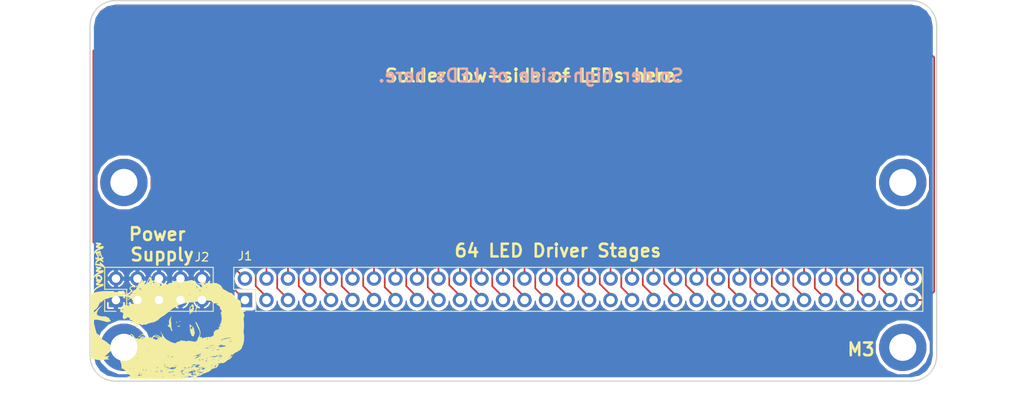
<source format=kicad_pcb>
(kicad_pcb (version 4) (host pcbnew 4.0.7-e2-6376~58~ubuntu17.04.1)
  (title_block (title "Adapter Board ") (date 2017-11-28) (rev 1.0) (comment 1 "Use this to connect LEDs to the extension board."))
  (layers (0 F.Cu signal) (31 B.Cu signal) (34 B.Paste user) (35 F.Paste user) (36 B.SilkS user) (37 F.SilkS user) (38 B.Mask user) (39 F.Mask user) (44 Edge.Cuts user))
  (net 0 "")
  (net 1 "Net-(J1-Pad1)")
  (net 2 "Net-(J1-Pad2)")
  (net 3 "Net-(J1-Pad3)")
  (net 4 "Net-(J1-Pad4)")
  (net 5 "Net-(J1-Pad5)")
  (net 6 "Net-(J1-Pad6)")
  (net 7 "Net-(J1-Pad7)")
  (net 8 "Net-(J1-Pad8)")
  (net 9 "Net-(J1-Pad9)")
  (net 10 "Net-(J1-Pad10)")
  (net 11 "Net-(J1-Pad11)")
  (net 12 "Net-(J1-Pad12)")
  (net 13 "Net-(J1-Pad13)")
  (net 14 "Net-(J1-Pad14)")
  (net 15 "Net-(J1-Pad15)")
  (net 16 "Net-(J1-Pad16)")
  (net 17 "Net-(J1-Pad17)")
  (net 18 "Net-(J1-Pad18)")
  (net 19 "Net-(J1-Pad19)")
  (net 20 "Net-(J1-Pad20)")
  (net 21 "Net-(J1-Pad21)")
  (net 22 "Net-(J1-Pad22)")
  (net 23 "Net-(J1-Pad23)")
  (net 24 "Net-(J1-Pad24)")
  (net 25 "Net-(J1-Pad25)")
  (net 26 "Net-(J1-Pad26)")
  (net 27 "Net-(J1-Pad27)")
  (net 28 "Net-(J1-Pad28)")
  (net 29 "Net-(J1-Pad29)")
  (net 30 "Net-(J1-Pad30)")
  (net 31 "Net-(J1-Pad31)")
  (net 32 "Net-(J1-Pad32)")
  (net 33 "Net-(J1-Pad33)")
  (net 34 "Net-(J1-Pad34)")
  (net 35 "Net-(J1-Pad35)")
  (net 36 "Net-(J1-Pad36)")
  (net 37 "Net-(J1-Pad37)")
  (net 38 "Net-(J1-Pad38)")
  (net 39 "Net-(J1-Pad39)")
  (net 40 "Net-(J1-Pad40)")
  (net 41 "Net-(J1-Pad41)")
  (net 42 "Net-(J1-Pad42)")
  (net 43 "Net-(J1-Pad43)")
  (net 44 "Net-(J1-Pad44)")
  (net 45 "Net-(J1-Pad45)")
  (net 46 "Net-(J1-Pad46)")
  (net 47 "Net-(J1-Pad47)")
  (net 48 "Net-(J1-Pad48)")
  (net 49 "Net-(J1-Pad49)")
  (net 50 "Net-(J1-Pad50)")
  (net 51 "Net-(J1-Pad51)")
  (net 52 "Net-(J1-Pad52)")
  (net 53 "Net-(J1-Pad53)")
  (net 54 "Net-(J1-Pad54)")
  (net 55 "Net-(J1-Pad55)")
  (net 56 "Net-(J1-Pad56)")
  (net 57 "Net-(J1-Pad57)")
  (net 58 "Net-(J1-Pad58)")
  (net 59 "Net-(J1-Pad59)")
  (net 60 "Net-(J1-Pad60)")
  (net 61 "Net-(J1-Pad61)")
  (net 62 "Net-(J1-Pad62)")
  (net 63 "Net-(J1-Pad63)")
  (net 64 "Net-(J1-Pad64)")
  (net 65 V18)
  (module Mounting_Holes:MountingHole_3.2mm_M3_DIN965_Pad (layer F.Cu) (at 192 91.5)
    (fp_text reference REF** hide)
    (fp_text value MountingHole_3.2mm_M3_DIN965_Pad)
    (pad 1 thru_hole circle (at 0 0) (size 5.6 5.6) (drill 3.2) (layers *.Cu *.Mask))
  )
  (module Mounting_Holes:MountingHole_3.2mm_M3_DIN965_Pad (layer F.Cu) (at 100 91.5)
    (fp_text reference REF** hide)
    (fp_text value MountingHole_3.2mm_M3_DIN965_Pad)
    (pad 1 thru_hole circle (at 0 0) (size 5.6 5.6) (drill 3.2) (layers *.Cu *.Mask))
  )
  (module Mounting_Holes:MountingHole_3.2mm_M3_DIN965_Pad (layer F.Cu) (at 192 111)
    (fp_text reference REF** hide)
    (fp_text value MountingHole_3.2mm_M3_DIN965_Pad)
    (pad 1 thru_hole circle (at 0 0) (size 5.6 5.6) (drill 3.2) (layers *.Cu *.Mask))
  )
  (module Pin_Headers:Pin_Header_Straight_2x32_Pitch2.54mm (layer F.Cu) (at 114.3 105.41 90)
    (fp_text reference J1 (at 5.207 0 360) (layer F.SilkS))
    (fp_text value Conn_02x32_Counter_Clockwise)
    (pad 1 thru_hole rect (at 0 0 90) (size 1.7 1.7) (drill 1) (layers *.Cu *.Mask) (net 1 "Net-(J1-Pad1)"))
    (pad 2 thru_hole oval (at 2.54 0 90) (size 1.7 1.7) (drill 1) (layers *.Cu *.Mask) (net 2 "Net-(J1-Pad2)"))
    (pad 3 thru_hole oval (at 0 2.54 90) (size 1.7 1.7) (drill 1) (layers *.Cu *.Mask) (net 3 "Net-(J1-Pad3)"))
    (pad 4 thru_hole oval (at 2.54 2.54 90) (size 1.7 1.7) (drill 1) (layers *.Cu *.Mask) (net 4 "Net-(J1-Pad4)"))
    (pad 5 thru_hole oval (at 0 5.08 90) (size 1.7 1.7) (drill 1) (layers *.Cu *.Mask) (net 5 "Net-(J1-Pad5)"))
    (pad 6 thru_hole oval (at 2.54 5.08 90) (size 1.7 1.7) (drill 1) (layers *.Cu *.Mask) (net 6 "Net-(J1-Pad6)"))
    (pad 7 thru_hole oval (at 0 7.62 90) (size 1.7 1.7) (drill 1) (layers *.Cu *.Mask) (net 7 "Net-(J1-Pad7)"))
    (pad 8 thru_hole oval (at 2.54 7.62 90) (size 1.7 1.7) (drill 1) (layers *.Cu *.Mask) (net 8 "Net-(J1-Pad8)"))
    (pad 9 thru_hole oval (at 0 10.16 90) (size 1.7 1.7) (drill 1) (layers *.Cu *.Mask) (net 9 "Net-(J1-Pad9)"))
    (pad 10 thru_hole oval (at 2.54 10.16 90) (size 1.7 1.7) (drill 1) (layers *.Cu *.Mask) (net 10 "Net-(J1-Pad10)"))
    (pad 11 thru_hole oval (at 0 12.7 90) (size 1.7 1.7) (drill 1) (layers *.Cu *.Mask) (net 11 "Net-(J1-Pad11)"))
    (pad 12 thru_hole oval (at 2.54 12.7 90) (size 1.7 1.7) (drill 1) (layers *.Cu *.Mask) (net 12 "Net-(J1-Pad12)"))
    (pad 13 thru_hole oval (at 0 15.24 90) (size 1.7 1.7) (drill 1) (layers *.Cu *.Mask) (net 13 "Net-(J1-Pad13)"))
    (pad 14 thru_hole oval (at 2.54 15.24 90) (size 1.7 1.7) (drill 1) (layers *.Cu *.Mask) (net 14 "Net-(J1-Pad14)"))
    (pad 15 thru_hole oval (at 0 17.78 90) (size 1.7 1.7) (drill 1) (layers *.Cu *.Mask) (net 15 "Net-(J1-Pad15)"))
    (pad 16 thru_hole oval (at 2.54 17.78 90) (size 1.7 1.7) (drill 1) (layers *.Cu *.Mask) (net 16 "Net-(J1-Pad16)"))
    (pad 17 thru_hole oval (at 0 20.32 90) (size 1.7 1.7) (drill 1) (layers *.Cu *.Mask) (net 17 "Net-(J1-Pad17)"))
    (pad 18 thru_hole oval (at 2.54 20.32 90) (size 1.7 1.7) (drill 1) (layers *.Cu *.Mask) (net 18 "Net-(J1-Pad18)"))
    (pad 19 thru_hole oval (at 0 22.86 90) (size 1.7 1.7) (drill 1) (layers *.Cu *.Mask) (net 19 "Net-(J1-Pad19)"))
    (pad 20 thru_hole oval (at 2.54 22.86 90) (size 1.7 1.7) (drill 1) (layers *.Cu *.Mask) (net 20 "Net-(J1-Pad20)"))
    (pad 21 thru_hole oval (at 0 25.4 90) (size 1.7 1.7) (drill 1) (layers *.Cu *.Mask) (net 21 "Net-(J1-Pad21)"))
    (pad 22 thru_hole oval (at 2.54 25.4 90) (size 1.7 1.7) (drill 1) (layers *.Cu *.Mask) (net 22 "Net-(J1-Pad22)"))
    (pad 23 thru_hole oval (at 0 27.94 90) (size 1.7 1.7) (drill 1) (layers *.Cu *.Mask) (net 23 "Net-(J1-Pad23)"))
    (pad 24 thru_hole oval (at 2.54 27.94 90) (size 1.7 1.7) (drill 1) (layers *.Cu *.Mask) (net 24 "Net-(J1-Pad24)"))
    (pad 25 thru_hole oval (at 0 30.48 90) (size 1.7 1.7) (drill 1) (layers *.Cu *.Mask) (net 25 "Net-(J1-Pad25)"))
    (pad 26 thru_hole oval (at 2.54 30.48 90) (size 1.7 1.7) (drill 1) (layers *.Cu *.Mask) (net 26 "Net-(J1-Pad26)"))
    (pad 27 thru_hole oval (at 0 33.02 90) (size 1.7 1.7) (drill 1) (layers *.Cu *.Mask) (net 27 "Net-(J1-Pad27)"))
    (pad 28 thru_hole oval (at 2.54 33.02 90) (size 1.7 1.7) (drill 1) (layers *.Cu *.Mask) (net 28 "Net-(J1-Pad28)"))
    (pad 29 thru_hole oval (at 0 35.56 90) (size 1.7 1.7) (drill 1) (layers *.Cu *.Mask) (net 29 "Net-(J1-Pad29)"))
    (pad 30 thru_hole oval (at 2.54 35.56 90) (size 1.7 1.7) (drill 1) (layers *.Cu *.Mask) (net 30 "Net-(J1-Pad30)"))
    (pad 31 thru_hole oval (at 0 38.1 90) (size 1.7 1.7) (drill 1) (layers *.Cu *.Mask) (net 31 "Net-(J1-Pad31)"))
    (pad 32 thru_hole oval (at 2.54 38.1 90) (size 1.7 1.7) (drill 1) (layers *.Cu *.Mask) (net 32 "Net-(J1-Pad32)"))
    (pad 33 thru_hole oval (at 0 40.64 90) (size 1.7 1.7) (drill 1) (layers *.Cu *.Mask) (net 33 "Net-(J1-Pad33)"))
    (pad 34 thru_hole oval (at 2.54 40.64 90) (size 1.7 1.7) (drill 1) (layers *.Cu *.Mask) (net 34 "Net-(J1-Pad34)"))
    (pad 35 thru_hole oval (at 0 43.18 90) (size 1.7 1.7) (drill 1) (layers *.Cu *.Mask) (net 35 "Net-(J1-Pad35)"))
    (pad 36 thru_hole oval (at 2.54 43.18 90) (size 1.7 1.7) (drill 1) (layers *.Cu *.Mask) (net 36 "Net-(J1-Pad36)"))
    (pad 37 thru_hole oval (at 0 45.72 90) (size 1.7 1.7) (drill 1) (layers *.Cu *.Mask) (net 37 "Net-(J1-Pad37)"))
    (pad 38 thru_hole oval (at 2.54 45.72 90) (size 1.7 1.7) (drill 1) (layers *.Cu *.Mask) (net 38 "Net-(J1-Pad38)"))
    (pad 39 thru_hole oval (at 0 48.26 90) (size 1.7 1.7) (drill 1) (layers *.Cu *.Mask) (net 39 "Net-(J1-Pad39)"))
    (pad 40 thru_hole oval (at 2.54 48.26 90) (size 1.7 1.7) (drill 1) (layers *.Cu *.Mask) (net 40 "Net-(J1-Pad40)"))
    (pad 41 thru_hole oval (at 0 50.8 90) (size 1.7 1.7) (drill 1) (layers *.Cu *.Mask) (net 41 "Net-(J1-Pad41)"))
    (pad 42 thru_hole oval (at 2.54 50.8 90) (size 1.7 1.7) (drill 1) (layers *.Cu *.Mask) (net 42 "Net-(J1-Pad42)"))
    (pad 43 thru_hole oval (at 0 53.34 90) (size 1.7 1.7) (drill 1) (layers *.Cu *.Mask) (net 43 "Net-(J1-Pad43)"))
    (pad 44 thru_hole oval (at 2.54 53.34 90) (size 1.7 1.7) (drill 1) (layers *.Cu *.Mask) (net 44 "Net-(J1-Pad44)"))
    (pad 45 thru_hole oval (at 0 55.88 90) (size 1.7 1.7) (drill 1) (layers *.Cu *.Mask) (net 45 "Net-(J1-Pad45)"))
    (pad 46 thru_hole oval (at 2.54 55.88 90) (size 1.7 1.7) (drill 1) (layers *.Cu *.Mask) (net 46 "Net-(J1-Pad46)"))
    (pad 47 thru_hole oval (at 0 58.42 90) (size 1.7 1.7) (drill 1) (layers *.Cu *.Mask) (net 47 "Net-(J1-Pad47)"))
    (pad 48 thru_hole oval (at 2.54 58.42 90) (size 1.7 1.7) (drill 1) (layers *.Cu *.Mask) (net 48 "Net-(J1-Pad48)"))
    (pad 49 thru_hole oval (at 0 60.96 90) (size 1.7 1.7) (drill 1) (layers *.Cu *.Mask) (net 49 "Net-(J1-Pad49)"))
    (pad 50 thru_hole oval (at 2.54 60.96 90) (size 1.7 1.7) (drill 1) (layers *.Cu *.Mask) (net 50 "Net-(J1-Pad50)"))
    (pad 51 thru_hole oval (at 0 63.5 90) (size 1.7 1.7) (drill 1) (layers *.Cu *.Mask) (net 51 "Net-(J1-Pad51)"))
    (pad 52 thru_hole oval (at 2.54 63.5 90) (size 1.7 1.7) (drill 1) (layers *.Cu *.Mask) (net 52 "Net-(J1-Pad52)"))
    (pad 53 thru_hole oval (at 0 66.04 90) (size 1.7 1.7) (drill 1) (layers *.Cu *.Mask) (net 53 "Net-(J1-Pad53)"))
    (pad 54 thru_hole oval (at 2.54 66.04 90) (size 1.7 1.7) (drill 1) (layers *.Cu *.Mask) (net 54 "Net-(J1-Pad54)"))
    (pad 55 thru_hole oval (at 0 68.58 90) (size 1.7 1.7) (drill 1) (layers *.Cu *.Mask) (net 55 "Net-(J1-Pad55)"))
    (pad 56 thru_hole oval (at 2.54 68.58 90) (size 1.7 1.7) (drill 1) (layers *.Cu *.Mask) (net 56 "Net-(J1-Pad56)"))
    (pad 57 thru_hole oval (at 0 71.12 90) (size 1.7 1.7) (drill 1) (layers *.Cu *.Mask) (net 57 "Net-(J1-Pad57)"))
    (pad 58 thru_hole oval (at 2.54 71.12 90) (size 1.7 1.7) (drill 1) (layers *.Cu *.Mask) (net 58 "Net-(J1-Pad58)"))
    (pad 59 thru_hole oval (at 0 73.66 90) (size 1.7 1.7) (drill 1) (layers *.Cu *.Mask) (net 59 "Net-(J1-Pad59)"))
    (pad 60 thru_hole oval (at 2.54 73.66 90) (size 1.7 1.7) (drill 1) (layers *.Cu *.Mask) (net 60 "Net-(J1-Pad60)"))
    (pad 61 thru_hole oval (at 0 76.2 90) (size 1.7 1.7) (drill 1) (layers *.Cu *.Mask) (net 61 "Net-(J1-Pad61)"))
    (pad 62 thru_hole oval (at 2.54 76.2 90) (size 1.7 1.7) (drill 1) (layers *.Cu *.Mask) (net 62 "Net-(J1-Pad62)"))
    (pad 63 thru_hole oval (at 0 78.74 90) (size 1.7 1.7) (drill 1) (layers *.Cu *.Mask) (net 63 "Net-(J1-Pad63)"))
    (pad 64 thru_hole oval (at 2.54 78.74 90) (size 1.7 1.7) (drill 1) (layers *.Cu *.Mask) (net 64 "Net-(J1-Pad64)"))
  )
  (module Pin_Headers:Pin_Header_Straight_2x05_Pitch2.54mm (layer F.Cu) (at 99.06 105.41 90)
    (fp_text reference J2 (at 5.08 10.16 180) (layer F.SilkS))
    (fp_text value Conn_02x05_Odd_Even)
    (pad 1 thru_hole rect (at 0 0 90) (size 1.7 1.7) (drill 1) (layers *.Cu *.Mask) (net 65 V18))
    (pad 2 thru_hole oval (at 2.54 0 90) (size 1.7 1.7) (drill 1) (layers *.Cu *.Mask) (net 65 V18))
    (pad 3 thru_hole oval (at 0 2.54 90) (size 1.7 1.7) (drill 1) (layers *.Cu *.Mask) (net 65 V18))
    (pad 4 thru_hole oval (at 2.54 2.54 90) (size 1.7 1.7) (drill 1) (layers *.Cu *.Mask) (net 65 V18))
    (pad 5 thru_hole oval (at 0 5.08 90) (size 1.7 1.7) (drill 1) (layers *.Cu *.Mask) (net 65 V18))
    (pad 6 thru_hole oval (at 2.54 5.08 90) (size 1.7 1.7) (drill 1) (layers *.Cu *.Mask) (net 65 V18))
    (pad 7 thru_hole oval (at 0 7.62 90) (size 1.7 1.7) (drill 1) (layers *.Cu *.Mask) (net 65 V18))
    (pad 8 thru_hole oval (at 2.54 7.62 90) (size 1.7 1.7) (drill 1) (layers *.Cu *.Mask) (net 65 V18))
    (pad 9 thru_hole oval (at 0 10.16 90) (size 1.7 1.7) (drill 1) (layers *.Cu *.Mask) (net 65 V18))
    (pad 10 thru_hole oval (at 2.54 10.16 90) (size 1.7 1.7) (drill 1) (layers *.Cu *.Mask) (net 65 V18))
  )
  (module Mounting_Holes:MountingHole_3.2mm_M3_DIN965_Pad (layer F.Cu) (at 100 111)
    (fp_text reference REF** hide)
    (fp_text value MountingHole_3.2mm_M3_DIN965_Pad)
    (pad 1 thru_hole circle (at 0 0) (size 5.6 5.6) (drill 3.2) (layers *.Cu *.Mask))
  )
  (module MyTestpoints:TP_SMD_2mmx5mm (layer F.Cu) (at 99.5 73.5)
    (fp_text reference TP1 hide)
    (fp_text value TEST)
    (pad 1 smd rect (at 0 0) (size 2 5) (layers F.Cu F.Paste F.Mask) (net 1 "Net-(J1-Pad1)"))
  )
  (module MyTestpoints:TP_SMD_2mmx5mm (layer F.Cu) (at 99.5 85)
    (fp_text reference TP2 hide)
    (fp_text value TEST)
    (pad 1 smd rect (at 0 0) (size 2 5) (layers F.Cu F.Paste F.Mask) (net 2 "Net-(J1-Pad2)"))
  )
  (module MyTestpoints:TP_SMD_2mmx5mm (layer F.Cu) (at 102.5 73.5)
    (fp_text reference TP3 hide)
    (fp_text value TEST)
    (pad 1 smd rect (at 0 0) (size 2 5) (layers F.Cu F.Paste F.Mask) (net 3 "Net-(J1-Pad3)"))
  )
  (module MyTestpoints:TP_SMD_2mmx5mm (layer F.Cu) (at 102.5 85)
    (fp_text reference TP4 hide)
    (fp_text value TEST)
    (pad 1 smd rect (at 0 0) (size 2 5) (layers F.Cu F.Paste F.Mask) (net 4 "Net-(J1-Pad4)"))
  )
  (module MyTestpoints:TP_SMD_2mmx5mm (layer F.Cu) (at 105.5 73.5)
    (fp_text reference TP5 hide)
    (fp_text value TEST)
    (pad 1 smd rect (at 0 0) (size 2 5) (layers F.Cu F.Paste F.Mask) (net 5 "Net-(J1-Pad5)"))
  )
  (module MyTestpoints:TP_SMD_2mmx5mm (layer F.Cu) (at 105.5 85)
    (fp_text reference TP6 hide)
    (fp_text value TEST)
    (pad 1 smd rect (at 0 0) (size 2 5) (layers F.Cu F.Paste F.Mask) (net 6 "Net-(J1-Pad6)"))
  )
  (module MyTestpoints:TP_SMD_2mmx5mm (layer F.Cu) (at 108.5 73.5)
    (fp_text reference TP7 hide)
    (fp_text value TEST)
    (pad 1 smd rect (at 0 0) (size 2 5) (layers F.Cu F.Paste F.Mask) (net 7 "Net-(J1-Pad7)"))
  )
  (module MyTestpoints:TP_SMD_2mmx5mm (layer F.Cu) (at 108.5 85)
    (fp_text reference TP8 hide)
    (fp_text value TEST)
    (pad 1 smd rect (at 0 0) (size 2 5) (layers F.Cu F.Paste F.Mask) (net 8 "Net-(J1-Pad8)"))
  )
  (module MyTestpoints:TP_SMD_2mmx5mm (layer F.Cu) (at 111.5 73.5)
    (fp_text reference TP9 hide)
    (fp_text value TEST)
    (pad 1 smd rect (at 0 0) (size 2 5) (layers F.Cu F.Paste F.Mask) (net 9 "Net-(J1-Pad9)"))
  )
  (module MyTestpoints:TP_SMD_2mmx5mm (layer F.Cu) (at 111.5 85)
    (fp_text reference TP10 hide)
    (fp_text value TEST)
    (pad 1 smd rect (at 0 0) (size 2 5) (layers F.Cu F.Paste F.Mask) (net 10 "Net-(J1-Pad10)"))
  )
  (module MyTestpoints:TP_SMD_2mmx5mm (layer F.Cu) (at 114.5 73.5)
    (fp_text reference TP11 hide)
    (fp_text value TEST)
    (pad 1 smd rect (at 0 0) (size 2 5) (layers F.Cu F.Paste F.Mask) (net 11 "Net-(J1-Pad11)"))
  )
  (module MyTestpoints:TP_SMD_2mmx5mm (layer F.Cu) (at 114.5 85)
    (fp_text reference TP12 hide)
    (fp_text value TEST)
    (pad 1 smd rect (at 0 0) (size 2 5) (layers F.Cu F.Paste F.Mask) (net 12 "Net-(J1-Pad12)"))
  )
  (module MyTestpoints:TP_SMD_2mmx5mm (layer F.Cu) (at 117.5 73.5)
    (fp_text reference TP13 hide)
    (fp_text value TEST)
    (pad 1 smd rect (at 0 0) (size 2 5) (layers F.Cu F.Paste F.Mask) (net 13 "Net-(J1-Pad13)"))
  )
  (module MyTestpoints:TP_SMD_2mmx5mm (layer F.Cu) (at 117.5 85)
    (fp_text reference TP14 hide)
    (fp_text value TEST)
    (pad 1 smd rect (at 0 0) (size 2 5) (layers F.Cu F.Paste F.Mask) (net 14 "Net-(J1-Pad14)"))
  )
  (module MyTestpoints:TP_SMD_2mmx5mm (layer F.Cu) (at 120.5 73.5)
    (fp_text reference TP15 hide)
    (fp_text value TEST)
    (pad 1 smd rect (at 0 0) (size 2 5) (layers F.Cu F.Paste F.Mask) (net 15 "Net-(J1-Pad15)"))
  )
  (module MyTestpoints:TP_SMD_2mmx5mm (layer F.Cu) (at 120.5 85)
    (fp_text reference TP16 hide)
    (fp_text value TEST)
    (pad 1 smd rect (at 0 0) (size 2 5) (layers F.Cu F.Paste F.Mask) (net 16 "Net-(J1-Pad16)"))
  )
  (module MyTestpoints:TP_SMD_2mmx5mm (layer F.Cu) (at 123.5 73.5)
    (fp_text reference TP17 hide)
    (fp_text value TEST)
    (pad 1 smd rect (at 0 0) (size 2 5) (layers F.Cu F.Paste F.Mask) (net 17 "Net-(J1-Pad17)"))
  )
  (module MyTestpoints:TP_SMD_2mmx5mm (layer F.Cu) (at 123.5 85)
    (fp_text reference TP18 hide)
    (fp_text value TEST)
    (pad 1 smd rect (at 0 0) (size 2 5) (layers F.Cu F.Paste F.Mask) (net 18 "Net-(J1-Pad18)"))
  )
  (module MyTestpoints:TP_SMD_2mmx5mm (layer F.Cu) (at 126.5 73.5)
    (fp_text reference TP19 hide)
    (fp_text value TEST)
    (pad 1 smd rect (at 0 0) (size 2 5) (layers F.Cu F.Paste F.Mask) (net 19 "Net-(J1-Pad19)"))
  )
  (module MyTestpoints:TP_SMD_2mmx5mm (layer F.Cu) (at 126.5 85)
    (fp_text reference TP20 hide)
    (fp_text value TEST)
    (pad 1 smd rect (at 0 0) (size 2 5) (layers F.Cu F.Paste F.Mask) (net 20 "Net-(J1-Pad20)"))
  )
  (module MyTestpoints:TP_SMD_2mmx5mm (layer F.Cu) (at 129.5 73.5)
    (fp_text reference TP21 hide)
    (fp_text value TEST)
    (pad 1 smd rect (at 0 0) (size 2 5) (layers F.Cu F.Paste F.Mask) (net 21 "Net-(J1-Pad21)"))
  )
  (module MyTestpoints:TP_SMD_2mmx5mm (layer F.Cu) (at 129.5 85)
    (fp_text reference TP22 hide)
    (fp_text value TEST)
    (pad 1 smd rect (at 0 0) (size 2 5) (layers F.Cu F.Paste F.Mask) (net 22 "Net-(J1-Pad22)"))
  )
  (module MyTestpoints:TP_SMD_2mmx5mm (layer F.Cu) (at 132.5 73.5)
    (fp_text reference TP23 hide)
    (fp_text value TEST)
    (pad 1 smd rect (at 0 0) (size 2 5) (layers F.Cu F.Paste F.Mask) (net 23 "Net-(J1-Pad23)"))
  )
  (module MyTestpoints:TP_SMD_2mmx5mm (layer F.Cu) (at 132.5 85)
    (fp_text reference TP24 hide)
    (fp_text value TEST)
    (pad 1 smd rect (at 0 0) (size 2 5) (layers F.Cu F.Paste F.Mask) (net 24 "Net-(J1-Pad24)"))
  )
  (module MyTestpoints:TP_SMD_2mmx5mm (layer F.Cu) (at 135.5 73.5)
    (fp_text reference TP25 hide)
    (fp_text value TEST)
    (pad 1 smd rect (at 0 0) (size 2 5) (layers F.Cu F.Paste F.Mask) (net 25 "Net-(J1-Pad25)"))
  )
  (module MyTestpoints:TP_SMD_2mmx5mm (layer F.Cu) (at 135.5 85)
    (fp_text reference TP26 hide)
    (fp_text value TEST)
    (pad 1 smd rect (at 0 0) (size 2 5) (layers F.Cu F.Paste F.Mask) (net 26 "Net-(J1-Pad26)"))
  )
  (module MyTestpoints:TP_SMD_2mmx5mm (layer F.Cu) (at 138.5 73.5)
    (fp_text reference TP27 hide)
    (fp_text value TEST)
    (pad 1 smd rect (at 0 0) (size 2 5) (layers F.Cu F.Paste F.Mask) (net 27 "Net-(J1-Pad27)"))
  )
  (module MyTestpoints:TP_SMD_2mmx5mm (layer F.Cu) (at 138.5 85)
    (fp_text reference TP28 hide)
    (fp_text value TEST)
    (pad 1 smd rect (at 0 0) (size 2 5) (layers F.Cu F.Paste F.Mask) (net 28 "Net-(J1-Pad28)"))
  )
  (module MyTestpoints:TP_SMD_2mmx5mm (layer F.Cu) (at 141.5 73.5)
    (fp_text reference TP29 hide)
    (fp_text value TEST)
    (pad 1 smd rect (at 0 0) (size 2 5) (layers F.Cu F.Paste F.Mask) (net 29 "Net-(J1-Pad29)"))
  )
  (module MyTestpoints:TP_SMD_2mmx5mm (layer F.Cu) (at 141.5 85)
    (fp_text reference TP30 hide)
    (fp_text value TEST)
    (pad 1 smd rect (at 0 0) (size 2 5) (layers F.Cu F.Paste F.Mask) (net 30 "Net-(J1-Pad30)"))
  )
  (module MyTestpoints:TP_SMD_2mmx5mm (layer F.Cu) (at 144.5 73.5)
    (fp_text reference TP31 hide)
    (fp_text value TEST)
    (pad 1 smd rect (at 0 0) (size 2 5) (layers F.Cu F.Paste F.Mask) (net 31 "Net-(J1-Pad31)"))
  )
  (module MyTestpoints:TP_SMD_2mmx5mm (layer F.Cu) (at 144.5 85)
    (fp_text reference TP32 hide)
    (fp_text value TEST)
    (pad 1 smd rect (at 0 0) (size 2 5) (layers F.Cu F.Paste F.Mask) (net 32 "Net-(J1-Pad32)"))
  )
  (module MyTestpoints:TP_SMD_2mmx5mm (layer F.Cu) (at 147.5 73.5)
    (fp_text reference TP33 hide)
    (fp_text value TEST)
    (pad 1 smd rect (at 0 0) (size 2 5) (layers F.Cu F.Paste F.Mask) (net 33 "Net-(J1-Pad33)"))
  )
  (module MyTestpoints:TP_SMD_2mmx5mm (layer F.Cu) (at 147.5 85)
    (fp_text reference TP34 hide)
    (fp_text value TEST)
    (pad 1 smd rect (at 0 0) (size 2 5) (layers F.Cu F.Paste F.Mask) (net 34 "Net-(J1-Pad34)"))
  )
  (module MyTestpoints:TP_SMD_2mmx5mm (layer F.Cu) (at 150.5 73.5)
    (fp_text reference TP35 hide)
    (fp_text value TEST)
    (pad 1 smd rect (at 0 0) (size 2 5) (layers F.Cu F.Paste F.Mask) (net 35 "Net-(J1-Pad35)"))
  )
  (module MyTestpoints:TP_SMD_2mmx5mm (layer F.Cu) (at 150.5 85)
    (fp_text reference TP36 hide)
    (fp_text value TEST)
    (pad 1 smd rect (at 0 0) (size 2 5) (layers F.Cu F.Paste F.Mask) (net 36 "Net-(J1-Pad36)"))
  )
  (module MyTestpoints:TP_SMD_2mmx5mm (layer F.Cu) (at 153.5 73.5)
    (fp_text reference TP37 hide)
    (fp_text value TEST)
    (pad 1 smd rect (at 0 0) (size 2 5) (layers F.Cu F.Paste F.Mask) (net 37 "Net-(J1-Pad37)"))
  )
  (module MyTestpoints:TP_SMD_2mmx5mm (layer F.Cu) (at 153.5 85)
    (fp_text reference TP38 hide)
    (fp_text value TEST)
    (pad 1 smd rect (at 0 0) (size 2 5) (layers F.Cu F.Paste F.Mask) (net 38 "Net-(J1-Pad38)"))
  )
  (module MyTestpoints:TP_SMD_2mmx5mm (layer F.Cu) (at 156.5 73.5)
    (fp_text reference TP39 hide)
    (fp_text value TEST)
    (pad 1 smd rect (at 0 0) (size 2 5) (layers F.Cu F.Paste F.Mask) (net 39 "Net-(J1-Pad39)"))
  )
  (module MyTestpoints:TP_SMD_2mmx5mm (layer F.Cu) (at 156.5 85)
    (fp_text reference TP40 hide)
    (fp_text value TEST)
    (pad 1 smd rect (at 0 0) (size 2 5) (layers F.Cu F.Paste F.Mask) (net 40 "Net-(J1-Pad40)"))
  )
  (module MyTestpoints:TP_SMD_2mmx5mm (layer F.Cu) (at 159.5 73.5)
    (fp_text reference TP41 hide)
    (fp_text value TEST)
    (pad 1 smd rect (at 0 0) (size 2 5) (layers F.Cu F.Paste F.Mask) (net 41 "Net-(J1-Pad41)"))
  )
  (module MyTestpoints:TP_SMD_2mmx5mm (layer F.Cu) (at 159.5 85)
    (fp_text reference TP42 hide)
    (fp_text value TEST)
    (pad 1 smd rect (at 0 0) (size 2 5) (layers F.Cu F.Paste F.Mask) (net 42 "Net-(J1-Pad42)"))
  )
  (module MyTestpoints:TP_SMD_2mmx5mm (layer F.Cu) (at 162.5 73.5)
    (fp_text reference TP43 hide)
    (fp_text value TEST)
    (pad 1 smd rect (at 0 0) (size 2 5) (layers F.Cu F.Paste F.Mask) (net 43 "Net-(J1-Pad43)"))
  )
  (module MyTestpoints:TP_SMD_2mmx5mm (layer F.Cu) (at 162.5 85)
    (fp_text reference TP44 hide)
    (fp_text value TEST)
    (pad 1 smd rect (at 0 0) (size 2 5) (layers F.Cu F.Paste F.Mask) (net 44 "Net-(J1-Pad44)"))
  )
  (module MyTestpoints:TP_SMD_2mmx5mm (layer F.Cu) (at 165.5 73.5)
    (fp_text reference TP45 hide)
    (fp_text value TEST)
    (pad 1 smd rect (at 0 0) (size 2 5) (layers F.Cu F.Paste F.Mask) (net 45 "Net-(J1-Pad45)"))
  )
  (module MyTestpoints:TP_SMD_2mmx5mm (layer F.Cu) (at 165.5 85)
    (fp_text reference TP46 hide)
    (fp_text value TEST)
    (pad 1 smd rect (at 0 0) (size 2 5) (layers F.Cu F.Paste F.Mask) (net 46 "Net-(J1-Pad46)"))
  )
  (module MyTestpoints:TP_SMD_2mmx5mm (layer F.Cu) (at 168.5 73.5)
    (fp_text reference TP47 hide)
    (fp_text value TEST)
    (pad 1 smd rect (at 0 0) (size 2 5) (layers F.Cu F.Paste F.Mask) (net 47 "Net-(J1-Pad47)"))
  )
  (module MyTestpoints:TP_SMD_2mmx5mm (layer F.Cu) (at 168.5 85)
    (fp_text reference TP48 hide)
    (fp_text value TEST)
    (pad 1 smd rect (at 0 0) (size 2 5) (layers F.Cu F.Paste F.Mask) (net 48 "Net-(J1-Pad48)"))
  )
  (module MyTestpoints:TP_SMD_2mmx5mm (layer F.Cu) (at 171.5 73.5)
    (fp_text reference TP49 hide)
    (fp_text value TEST)
    (pad 1 smd rect (at 0 0) (size 2 5) (layers F.Cu F.Paste F.Mask) (net 49 "Net-(J1-Pad49)"))
  )
  (module MyTestpoints:TP_SMD_2mmx5mm (layer F.Cu) (at 171.5 85)
    (fp_text reference TP50 hide)
    (fp_text value TEST)
    (pad 1 smd rect (at 0 0) (size 2 5) (layers F.Cu F.Paste F.Mask) (net 50 "Net-(J1-Pad50)"))
  )
  (module MyTestpoints:TP_SMD_2mmx5mm (layer F.Cu) (at 174.5 73.5)
    (fp_text reference TP51 hide)
    (fp_text value TEST)
    (pad 1 smd rect (at 0 0) (size 2 5) (layers F.Cu F.Paste F.Mask) (net 51 "Net-(J1-Pad51)"))
  )
  (module MyTestpoints:TP_SMD_2mmx5mm (layer F.Cu) (at 174.5 85)
    (fp_text reference TP52 hide)
    (fp_text value TEST)
    (pad 1 smd rect (at 0 0) (size 2 5) (layers F.Cu F.Paste F.Mask) (net 52 "Net-(J1-Pad52)"))
  )
  (module MyTestpoints:TP_SMD_2mmx5mm (layer F.Cu) (at 177.5 73.5)
    (fp_text reference TP53 hide)
    (fp_text value TEST)
    (pad 1 smd rect (at 0 0) (size 2 5) (layers F.Cu F.Paste F.Mask) (net 53 "Net-(J1-Pad53)"))
  )
  (module MyTestpoints:TP_SMD_2mmx5mm (layer F.Cu) (at 177.5 85)
    (fp_text reference TP54 hide)
    (fp_text value TEST)
    (pad 1 smd rect (at 0 0) (size 2 5) (layers F.Cu F.Paste F.Mask) (net 54 "Net-(J1-Pad54)"))
  )
  (module MyTestpoints:TP_SMD_2mmx5mm (layer F.Cu) (at 180.5 73.5)
    (fp_text reference TP55 hide)
    (fp_text value TEST)
    (pad 1 smd rect (at 0 0) (size 2 5) (layers F.Cu F.Paste F.Mask) (net 55 "Net-(J1-Pad55)"))
  )
  (module MyTestpoints:TP_SMD_2mmx5mm (layer F.Cu) (at 180.5 85)
    (fp_text reference TP56 hide)
    (fp_text value TEST)
    (pad 1 smd rect (at 0 0) (size 2 5) (layers F.Cu F.Paste F.Mask) (net 56 "Net-(J1-Pad56)"))
  )
  (module MyTestpoints:TP_SMD_2mmx5mm (layer F.Cu) (at 183.5 73.5)
    (fp_text reference TP57 hide)
    (fp_text value TEST)
    (pad 1 smd rect (at 0 0) (size 2 5) (layers F.Cu F.Paste F.Mask) (net 57 "Net-(J1-Pad57)"))
  )
  (module MyTestpoints:TP_SMD_2mmx5mm (layer F.Cu) (at 183.5 85)
    (fp_text reference TP58 hide)
    (fp_text value TEST)
    (pad 1 smd rect (at 0 0) (size 2 5) (layers F.Cu F.Paste F.Mask) (net 58 "Net-(J1-Pad58)"))
  )
  (module MyTestpoints:TP_SMD_2mmx5mm (layer F.Cu) (at 186.5 73.5)
    (fp_text reference TP59 hide)
    (fp_text value TEST)
    (pad 1 smd rect (at 0 0) (size 2 5) (layers F.Cu F.Paste F.Mask) (net 59 "Net-(J1-Pad59)"))
  )
  (module MyTestpoints:TP_SMD_2mmx5mm (layer F.Cu) (at 186.5 85)
    (fp_text reference TP60 hide)
    (fp_text value TEST)
    (pad 1 smd rect (at 0 0) (size 2 5) (layers F.Cu F.Paste F.Mask) (net 60 "Net-(J1-Pad60)"))
  )
  (module MyTestpoints:TP_SMD_2mmx5mm (layer F.Cu) (at 189.5 73.5)
    (fp_text reference TP61 hide)
    (fp_text value TEST)
    (pad 1 smd rect (at 0 0) (size 2 5) (layers F.Cu F.Paste F.Mask) (net 61 "Net-(J1-Pad61)"))
  )
  (module MyTestpoints:TP_SMD_2mmx5mm (layer F.Cu) (at 189.5 85)
    (fp_text reference TP62 hide)
    (fp_text value TEST)
    (pad 1 smd rect (at 0 0) (size 2 5) (layers F.Cu F.Paste F.Mask) (net 62 "Net-(J1-Pad62)"))
  )
  (module MyTestpoints:TP_SMD_2mmx5mm (layer F.Cu) (at 192.5 73.5)
    (fp_text reference TP63 hide)
    (fp_text value TEST)
    (pad 1 smd rect (at 0 0) (size 2 5) (layers F.Cu F.Paste F.Mask) (net 63 "Net-(J1-Pad63)"))
  )
  (module MyTestpoints:TP_SMD_2mmx5mm (layer F.Cu) (at 192.5 85)
    (fp_text reference TP64 hide)
    (fp_text value TEST)
    (pad 1 smd rect (at 0 0) (size 2 5) (layers F.Cu F.Paste F.Mask) (net 64 "Net-(J1-Pad64)"))
  )
  (module MyPics:logog1 (layer F.Cu) (at 105.156 106.68 270)
    (fp_text reference G*** hide)
    (fp_text value LOGO hide)
  )
  (gr_text M3 (at 187.071 111.252) (layer F.SilkS) (effects (font (size 1.5 1.5) (thickness 0.3))))
  (gr_text "Solder low-side of LEDs here." (at 148.336 78.867) (layer F.SilkS) (effects (font (size 1.5 1.5) (thickness 0.3))))
  (gr_text "Solder high-side of LEDs here." (at 148.082 78.867) (layer B.SilkS) (effects (font (size 1.5 1.5) (thickness 0.3)) (justify mirror)))
  (gr_text "Power \nSupply" (at 104.509 98.829) (layer F.SilkS) (effects (font (size 1.5 1.5) (thickness 0.3))))
  (gr_text "64 LED Driver Stages" (at 151.257 99.568) (layer F.SilkS) (effects (font (size 1.5 1.5) (thickness 0.3))))
  (gr_arc (start 99 73) (end 96 73) (angle 90) (layer Edge.Cuts) (width 0.15))
  (gr_arc (start 193 73) (end 193 70) (angle 90) (layer Edge.Cuts) (width 0.15))
  (gr_arc (start 193 112) (end 196 112) (angle 90) (layer Edge.Cuts) (width 0.15))
  (gr_arc (start 99 112) (end 99 115) (angle 90) (layer Edge.Cuts) (width 0.15))
  (gr_line (start 96 73) (end 96 112) (angle 90) (layer Edge.Cuts) (width 0.15))
  (gr_line (start 99 115) (end 193 115) (angle 90) (layer Edge.Cuts) (width 0.15))
  (gr_line (start 196 73) (end 196 112) (angle 90) (layer Edge.Cuts) (width 0.15))
  (gr_line (start 99 70) (end 193 70) (angle 90) (layer Edge.Cuts) (width 0.15))
  (segment (start 99.5 73.5) (end 98.839 73.5) (width 0.2) (layer F.Cu) (net 1))
  (segment (start 98.839 73.5) (end 96.393 75.946) (width 0.2) (layer F.Cu) (net 1))
  (segment (start 96.393 75.946) (end 96.393 98.552) (width 0.2) (layer F.Cu) (net 1))
  (segment (start 96.393 98.552) (end 99.187 101.346) (width 0.2) (layer F.Cu) (net 1))
  (segment (start 99.187 101.346) (end 110.236 101.346) (width 0.2) (layer F.Cu) (net 1))
  (segment (start 110.236 101.346) (end 114.3 105.41) (width 0.2) (layer F.Cu) (net 1))
  (segment (start 99.5 85) (end 99.5 86.809) (width 0.2) (layer F.Cu) (net 2))
  (segment (start 99.5 86.809) (end 96.793002 89.515998) (width 0.2) (layer F.Cu) (net 2))
  (segment (start 96.793002 89.515998) (end 96.793002 97.936002) (width 0.2) (layer F.Cu) (net 2))
  (segment (start 96.793002 97.936002) (end 99.695 100.838) (width 0.2) (layer F.Cu) (net 2))
  (segment (start 99.695 100.838) (end 112.268 100.838) (width 0.2) (layer F.Cu) (net 2))
  (segment (start 112.268 100.838) (end 114.3 102.87) (width 0.2) (layer F.Cu) (net 2))
  (segment (start 114.3 102.87) (end 113.665 102.87) (width 0.2) (layer F.Cu) (net 2))
  (segment (start 116.84 105.41) (end 116.84 105.029) (width 0.2) (layer F.Cu) (net 3))
  (segment (start 116.84 105.029) (end 115.57 103.759) (width 0.2) (layer F.Cu) (net 3))
  (segment (start 115.57 103.759) (end 115.57 101.473) (width 0.2) (layer F.Cu) (net 3))
  (segment (start 115.57 101.473) (end 114.280998 100.183998) (width 0.2) (layer F.Cu) (net 3))
  (segment (start 114.280998 100.183998) (end 104.755998 100.183998) (width 0.2) (layer F.Cu) (net 3))
  (segment (start 104.755998 100.183998) (end 103.251 98.679) (width 0.2) (layer F.Cu) (net 3))
  (segment (start 103.251 98.679) (end 103.251 89.916) (width 0.2) (layer F.Cu) (net 3))
  (segment (start 103.251 89.916) (end 100.965 87.63) (width 0.2) (layer F.Cu) (net 3))
  (segment (start 100.965 87.63) (end 100.965 75.035) (width 0.2) (layer F.Cu) (net 3))
  (segment (start 100.965 75.035) (end 102.5 73.5) (width 0.2) (layer F.Cu) (net 3))
  (segment (start 116.84 102.87) (end 116.84 100.711) (width 0.2) (layer F.Cu) (net 4))
  (segment (start 102.5 88.149) (end 102.5 85) (width 0.2) (layer F.Cu) (net 4))
  (segment (start 103.886 89.535) (end 102.5 88.149) (width 0.2) (layer F.Cu) (net 4))
  (segment (start 103.886 97.917) (end 103.886 89.535) (width 0.2) (layer F.Cu) (net 4))
  (segment (start 105.537 99.568) (end 103.886 97.917) (width 0.2) (layer F.Cu) (net 4))
  (segment (start 115.697 99.568) (end 105.537 99.568) (width 0.2) (layer F.Cu) (net 4))
  (segment (start 116.84 100.711) (end 115.697 99.568) (width 0.2) (layer F.Cu) (net 4))
  (segment (start 116.84 102.87) (end 116.84 102.616) (width 0.2) (layer F.Cu) (net 4))
  (segment (start 116.84 102.87) (end 116.459 102.87) (width 0.2) (layer F.Cu) (net 4))
  (segment (start 103.251 85.751) (end 102.5 85) (width 0.2) (layer F.Cu) (net 4))
  (segment (start 119.38 105.41) (end 119.38 105.283) (width 0.2) (layer F.Cu) (net 5))
  (segment (start 119.38 105.283) (end 118.11 104.013) (width 0.2) (layer F.Cu) (net 5))
  (segment (start 118.11 104.013) (end 118.11 99.822) (width 0.2) (layer F.Cu) (net 5))
  (segment (start 118.11 99.822) (end 117.348 99.06) (width 0.2) (layer F.Cu) (net 5))
  (segment (start 117.348 99.06) (end 106.553 99.06) (width 0.2) (layer F.Cu) (net 5))
  (segment (start 106.553 99.06) (end 104.394 96.901) (width 0.2) (layer F.Cu) (net 5))
  (segment (start 104.394 96.901) (end 104.394 88.265) (width 0.2) (layer F.Cu) (net 5))
  (segment (start 104.394 88.265) (end 104.013 87.884) (width 0.2) (layer F.Cu) (net 5))
  (segment (start 104.013 87.884) (end 104.013 74.987) (width 0.2) (layer F.Cu) (net 5))
  (segment (start 104.013 74.987) (end 105.5 73.5) (width 0.2) (layer F.Cu) (net 5))
  (segment (start 119.38 102.87) (end 119.38 99.822) (width 0.2) (layer F.Cu) (net 6))
  (segment (start 105.5 96.483) (end 105.5 85) (width 0.2) (layer F.Cu) (net 6))
  (segment (start 107.569 98.552) (end 105.5 96.483) (width 0.2) (layer F.Cu) (net 6))
  (segment (start 118.11 98.552) (end 107.569 98.552) (width 0.2) (layer F.Cu) (net 6))
  (segment (start 119.38 99.822) (end 118.11 98.552) (width 0.2) (layer F.Cu) (net 6))
  (segment (start 119.38 102.87) (end 120.142 102.87) (width 0.2) (layer F.Cu) (net 6))
  (segment (start 121.92 105.41) (end 121.92 105.029) (width 0.2) (layer F.Cu) (net 7))
  (segment (start 121.92 105.029) (end 120.65 103.759) (width 0.2) (layer F.Cu) (net 7))
  (segment (start 120.65 103.759) (end 120.65 99.822) (width 0.2) (layer F.Cu) (net 7))
  (segment (start 120.65 99.822) (end 118.745 97.917) (width 0.2) (layer F.Cu) (net 7))
  (segment (start 118.745 97.917) (end 108.585 97.917) (width 0.2) (layer F.Cu) (net 7))
  (segment (start 108.585 97.917) (end 107.061 96.393) (width 0.2) (layer F.Cu) (net 7))
  (segment (start 107.061 96.393) (end 107.061 74.939) (width 0.2) (layer F.Cu) (net 7))
  (segment (start 107.061 74.939) (end 108.5 73.5) (width 0.2) (layer F.Cu) (net 7))
  (segment (start 121.92 102.87) (end 121.92 99.822) (width 0.2) (layer F.Cu) (net 8))
  (segment (start 108.5 96.266) (end 108.5 85) (width 0.2) (layer F.Cu) (net 8))
  (segment (start 109.516 97.282) (end 108.5 96.266) (width 0.2) (layer F.Cu) (net 8))
  (segment (start 119.38 97.282) (end 109.516 97.282) (width 0.2) (layer F.Cu) (net 8))
  (segment (start 121.92 99.822) (end 119.38 97.282) (width 0.2) (layer F.Cu) (net 8))
  (segment (start 121.92 102.87) (end 121.92 102.616) (width 0.2) (layer F.Cu) (net 8))
  (segment (start 124.46 105.41) (end 124.46 105.156) (width 0.2) (layer F.Cu) (net 9))
  (segment (start 124.46 105.156) (end 123.19 103.886) (width 0.2) (layer F.Cu) (net 9))
  (segment (start 123.19 103.886) (end 123.19 99.822) (width 0.2) (layer F.Cu) (net 9))
  (segment (start 123.19 99.822) (end 120.015 96.647) (width 0.2) (layer F.Cu) (net 9))
  (segment (start 120.015 96.647) (end 111.252 96.647) (width 0.2) (layer F.Cu) (net 9))
  (segment (start 111.252 96.647) (end 109.982 95.377) (width 0.2) (layer F.Cu) (net 9))
  (segment (start 109.982 95.377) (end 109.982 75.018) (width 0.2) (layer F.Cu) (net 9))
  (segment (start 109.982 75.018) (end 111.5 73.5) (width 0.2) (layer F.Cu) (net 9))
  (segment (start 124.46 102.87) (end 124.46 99.822) (width 0.2) (layer F.Cu) (net 10))
  (segment (start 124.46 99.822) (end 120.65 96.012) (width 0.2) (layer F.Cu) (net 10))
  (segment (start 120.65 96.012) (end 112.77 96.012) (width 0.2) (layer F.Cu) (net 10))
  (segment (start 112.77 96.012) (end 111.5 94.742) (width 0.2) (layer F.Cu) (net 10))
  (segment (start 111.5 94.742) (end 111.5 85) (width 0.2) (layer F.Cu) (net 10))
  (segment (start 127 105.41) (end 127 105.029) (width 0.2) (layer F.Cu) (net 11))
  (segment (start 127 105.029) (end 125.73 103.759) (width 0.2) (layer F.Cu) (net 11))
  (segment (start 125.73 103.759) (end 125.73 99.822) (width 0.2) (layer F.Cu) (net 11))
  (segment (start 125.73 99.822) (end 121.285 95.377) (width 0.2) (layer F.Cu) (net 11))
  (segment (start 121.285 95.377) (end 114.3 95.377) (width 0.2) (layer F.Cu) (net 11))
  (segment (start 114.3 95.377) (end 113.03 94.107) (width 0.2) (layer F.Cu) (net 11))
  (segment (start 113.03 94.107) (end 113.03 74.97) (width 0.2) (layer F.Cu) (net 11))
  (segment (start 113.03 74.97) (end 114.5 73.5) (width 0.2) (layer F.Cu) (net 11))
  (segment (start 127 102.87) (end 127 99.822) (width 0.2) (layer F.Cu) (net 12))
  (segment (start 127 99.822) (end 121.92 94.742) (width 0.2) (layer F.Cu) (net 12))
  (segment (start 121.92 94.742) (end 115.57 94.742) (width 0.2) (layer F.Cu) (net 12))
  (segment (start 115.57 94.742) (end 114.5 93.672) (width 0.2) (layer F.Cu) (net 12))
  (segment (start 114.5 93.672) (end 114.5 85) (width 0.2) (layer F.Cu) (net 12))
  (segment (start 129.54 105.41) (end 129.54 105.029) (width 0.2) (layer F.Cu) (net 13))
  (segment (start 129.54 105.029) (end 128.27 103.759) (width 0.2) (layer F.Cu) (net 13))
  (segment (start 115.951 75.049) (end 117.5 73.5) (width 0.2) (layer F.Cu) (net 13))
  (segment (start 115.951 93.218) (end 115.951 75.049) (width 0.2) (layer F.Cu) (net 13))
  (segment (start 116.84 94.107) (end 115.951 93.218) (width 0.2) (layer F.Cu) (net 13))
  (segment (start 122.555 94.107) (end 116.84 94.107) (width 0.2) (layer F.Cu) (net 13))
  (segment (start 128.27 99.822) (end 122.555 94.107) (width 0.2) (layer F.Cu) (net 13))
  (segment (start 128.27 103.759) (end 128.27 99.822) (width 0.2) (layer F.Cu) (net 13))
  (segment (start 129.54 102.87) (end 129.54 99.822) (width 0.2) (layer F.Cu) (net 14))
  (segment (start 129.54 99.822) (end 123.063 93.345) (width 0.2) (layer F.Cu) (net 14))
  (segment (start 123.063 93.345) (end 117.983 93.345) (width 0.2) (layer F.Cu) (net 14))
  (segment (start 117.983 93.345) (end 117.5 92.862) (width 0.2) (layer F.Cu) (net 14))
  (segment (start 117.5 92.862) (end 117.5 85) (width 0.2) (layer F.Cu) (net 14))
  (segment (start 132.08 105.41) (end 132.08 105.156) (width 0.2) (layer F.Cu) (net 15))
  (segment (start 132.08 105.156) (end 130.81 103.886) (width 0.2) (layer F.Cu) (net 15))
  (segment (start 130.81 103.886) (end 130.81 99.822) (width 0.2) (layer F.Cu) (net 15))
  (segment (start 130.81 99.822) (end 118.999 88.011) (width 0.2) (layer F.Cu) (net 15))
  (segment (start 118.999 88.011) (end 118.999 75.001) (width 0.2) (layer F.Cu) (net 15))
  (segment (start 118.999 75.001) (end 120.5 73.5) (width 0.2) (layer F.Cu) (net 15))
  (segment (start 132.08 102.87) (end 132.08 99.822) (width 0.2) (layer F.Cu) (net 16))
  (segment (start 132.08 99.822) (end 120.5 88.242) (width 0.2) (layer F.Cu) (net 16))
  (segment (start 120.5 88.242) (end 120.5 85) (width 0.2) (layer F.Cu) (net 16))
  (segment (start 134.62 105.41) (end 134.62 105.029) (width 0.2) (layer F.Cu) (net 17))
  (segment (start 134.62 105.029) (end 133.35 103.759) (width 0.2) (layer F.Cu) (net 17))
  (segment (start 133.35 103.759) (end 133.35 99.822) (width 0.2) (layer F.Cu) (net 17))
  (segment (start 133.35 99.822) (end 122.047 88.519) (width 0.2) (layer F.Cu) (net 17))
  (segment (start 122.047 88.519) (end 122.047 74.953) (width 0.2) (layer F.Cu) (net 17))
  (segment (start 122.047 74.953) (end 123.5 73.5) (width 0.2) (layer F.Cu) (net 17))
  (segment (start 134.62 102.87) (end 134.62 99.822) (width 0.2) (layer F.Cu) (net 18))
  (segment (start 123.5 88.702) (end 123.5 85) (width 0.2) (layer F.Cu) (net 18))
  (segment (start 134.62 99.822) (end 123.5 88.702) (width 0.2) (layer F.Cu) (net 18))
  (segment (start 134.62 102.87) (end 134.62 102.489) (width 0.2) (layer F.Cu) (net 18))
  (segment (start 137.16 105.41) (end 137.16 105.156) (width 0.2) (layer F.Cu) (net 19))
  (segment (start 137.16 105.156) (end 135.89 103.886) (width 0.2) (layer F.Cu) (net 19))
  (segment (start 135.89 103.886) (end 135.89 99.822) (width 0.2) (layer F.Cu) (net 19))
  (segment (start 135.89 99.822) (end 124.968 88.9) (width 0.2) (layer F.Cu) (net 19))
  (segment (start 124.968 88.9) (end 124.968 75.032) (width 0.2) (layer F.Cu) (net 19))
  (segment (start 124.968 75.032) (end 126.5 73.5) (width 0.2) (layer F.Cu) (net 19))
  (segment (start 137.16 102.87) (end 137.16 99.822) (width 0.2) (layer F.Cu) (net 20))
  (segment (start 137.16 99.822) (end 126.5 89.162) (width 0.2) (layer F.Cu) (net 20))
  (segment (start 126.5 89.162) (end 126.5 85) (width 0.2) (layer F.Cu) (net 20))
  (segment (start 139.7 105.41) (end 139.7 104.902) (width 0.2) (layer F.Cu) (net 21))
  (segment (start 139.7 104.902) (end 138.43 103.632) (width 0.2) (layer F.Cu) (net 21))
  (segment (start 138.43 103.632) (end 138.43 99.822) (width 0.2) (layer F.Cu) (net 21))
  (segment (start 138.43 99.822) (end 128.016 89.408) (width 0.2) (layer F.Cu) (net 21))
  (segment (start 128.016 89.408) (end 128.016 74.984) (width 0.2) (layer F.Cu) (net 21))
  (segment (start 128.016 74.984) (end 129.5 73.5) (width 0.2) (layer F.Cu) (net 21))
  (segment (start 139.7 102.87) (end 139.7 99.822) (width 0.2) (layer F.Cu) (net 22))
  (segment (start 129.5 89.622) (end 129.5 85) (width 0.2) (layer F.Cu) (net 22))
  (segment (start 139.7 99.822) (end 129.5 89.622) (width 0.2) (layer F.Cu) (net 22))
  (segment (start 142.24 105.41) (end 142.24 105.029) (width 0.2) (layer F.Cu) (net 23))
  (segment (start 142.24 105.029) (end 140.97 103.759) (width 0.2) (layer F.Cu) (net 23))
  (segment (start 140.97 103.759) (end 140.97 99.822) (width 0.2) (layer F.Cu) (net 23))
  (segment (start 140.97 99.822) (end 130.937 89.789) (width 0.2) (layer F.Cu) (net 23))
  (segment (start 130.937 89.789) (end 130.937 75.063) (width 0.2) (layer F.Cu) (net 23))
  (segment (start 130.937 75.063) (end 132.5 73.5) (width 0.2) (layer F.Cu) (net 23))
  (segment (start 142.24 102.87) (end 142.24 99.822) (width 0.2) (layer F.Cu) (net 24))
  (segment (start 132.5 90.082) (end 132.5 85) (width 0.2) (layer F.Cu) (net 24))
  (segment (start 142.24 99.822) (end 132.5 90.082) (width 0.2) (layer F.Cu) (net 24))
  (segment (start 144.78 105.41) (end 144.78 105.029) (width 0.2) (layer F.Cu) (net 25))
  (segment (start 144.78 105.029) (end 143.51 103.759) (width 0.2) (layer F.Cu) (net 25))
  (segment (start 143.51 103.759) (end 143.51 99.822) (width 0.2) (layer F.Cu) (net 25))
  (segment (start 143.51 99.822) (end 133.985 90.297) (width 0.2) (layer F.Cu) (net 25))
  (segment (start 133.985 90.297) (end 133.985 75.015) (width 0.2) (layer F.Cu) (net 25))
  (segment (start 133.985 75.015) (end 135.5 73.5) (width 0.2) (layer F.Cu) (net 25))
  (segment (start 144.78 102.87) (end 144.78 99.822) (width 0.2) (layer F.Cu) (net 26))
  (segment (start 144.78 99.822) (end 135.5 90.542) (width 0.2) (layer F.Cu) (net 26))
  (segment (start 135.5 90.542) (end 135.5 85) (width 0.2) (layer F.Cu) (net 26))
  (segment (start 147.32 105.41) (end 147.32 105.029) (width 0.2) (layer F.Cu) (net 27))
  (segment (start 147.32 105.029) (end 146.05 103.759) (width 0.2) (layer F.Cu) (net 27))
  (segment (start 146.05 103.759) (end 146.05 99.822) (width 0.2) (layer F.Cu) (net 27))
  (segment (start 146.05 99.822) (end 137.033 90.805) (width 0.2) (layer F.Cu) (net 27))
  (segment (start 137.033 90.805) (end 137.033 74.967) (width 0.2) (layer F.Cu) (net 27))
  (segment (start 137.033 74.967) (end 138.5 73.5) (width 0.2) (layer F.Cu) (net 27))
  (segment (start 147.32 102.87) (end 147.32 99.822) (width 0.2) (layer F.Cu) (net 28))
  (segment (start 138.5 91.002) (end 138.5 85) (width 0.2) (layer F.Cu) (net 28))
  (segment (start 147.32 99.822) (end 138.5 91.002) (width 0.2) (layer F.Cu) (net 28))
  (segment (start 147.32 102.87) (end 147.32 102.108) (width 0.2) (layer F.Cu) (net 28))
  (segment (start 149.86 105.41) (end 149.86 105.283) (width 0.2) (layer F.Cu) (net 29))
  (segment (start 149.86 105.283) (end 148.59 104.013) (width 0.2) (layer F.Cu) (net 29))
  (segment (start 148.59 104.013) (end 148.59 99.822) (width 0.2) (layer F.Cu) (net 29))
  (segment (start 148.59 99.822) (end 139.954 91.186) (width 0.2) (layer F.Cu) (net 29))
  (segment (start 139.954 91.186) (end 139.954 75.046) (width 0.2) (layer F.Cu) (net 29))
  (segment (start 139.954 75.046) (end 141.5 73.5) (width 0.2) (layer F.Cu) (net 29))
  (segment (start 149.86 102.87) (end 149.86 99.822) (width 0.2) (layer F.Cu) (net 30))
  (segment (start 149.86 99.822) (end 141.5 91.462) (width 0.2) (layer F.Cu) (net 30))
  (segment (start 141.5 91.462) (end 141.5 85) (width 0.2) (layer F.Cu) (net 30))
  (segment (start 152.4 105.41) (end 152.4 104.902) (width 0.2) (layer F.Cu) (net 31))
  (segment (start 152.4 104.902) (end 151.13 103.632) (width 0.2) (layer F.Cu) (net 31))
  (segment (start 151.13 103.632) (end 151.13 99.822) (width 0.2) (layer F.Cu) (net 31))
  (segment (start 151.13 99.822) (end 143.002 91.694) (width 0.2) (layer F.Cu) (net 31))
  (segment (start 143.002 91.694) (end 143.002 74.998) (width 0.2) (layer F.Cu) (net 31))
  (segment (start 143.002 74.998) (end 144.5 73.5) (width 0.2) (layer F.Cu) (net 31))
  (segment (start 152.4 102.87) (end 152.4 99.822) (width 0.2) (layer F.Cu) (net 32))
  (segment (start 144.5 91.922) (end 144.5 85) (width 0.2) (layer F.Cu) (net 32))
  (segment (start 152.4 99.822) (end 144.5 91.922) (width 0.2) (layer F.Cu) (net 32))
  (segment (start 154.94 105.41) (end 154.94 105.029) (width 0.2) (layer F.Cu) (net 33))
  (segment (start 154.94 105.029) (end 153.67 103.759) (width 0.2) (layer F.Cu) (net 33))
  (segment (start 153.67 103.759) (end 153.67 99.822) (width 0.2) (layer F.Cu) (net 33))
  (segment (start 153.67 99.822) (end 146.05 92.202) (width 0.2) (layer F.Cu) (net 33))
  (segment (start 146.05 92.202) (end 146.05 74.95) (width 0.2) (layer F.Cu) (net 33))
  (segment (start 146.05 74.95) (end 147.5 73.5) (width 0.2) (layer F.Cu) (net 33))
  (segment (start 154.94 102.87) (end 154.94 99.822) (width 0.2) (layer F.Cu) (net 34))
  (segment (start 147.5 92.382) (end 147.5 85) (width 0.2) (layer F.Cu) (net 34))
  (segment (start 154.94 99.822) (end 147.5 92.382) (width 0.2) (layer F.Cu) (net 34))
  (segment (start 157.48 105.41) (end 157.48 104.775) (width 0.2) (layer F.Cu) (net 35))
  (segment (start 157.48 104.775) (end 156.21 103.505) (width 0.2) (layer F.Cu) (net 35))
  (segment (start 156.21 103.505) (end 156.21 99.822) (width 0.2) (layer F.Cu) (net 35))
  (segment (start 156.21 99.822) (end 148.971 92.583) (width 0.2) (layer F.Cu) (net 35))
  (segment (start 148.971 92.583) (end 148.971 75.029) (width 0.2) (layer F.Cu) (net 35))
  (segment (start 148.971 75.029) (end 150.5 73.5) (width 0.2) (layer F.Cu) (net 35))
  (segment (start 157.48 102.87) (end 157.48 99.822) (width 0.2) (layer F.Cu) (net 36))
  (segment (start 150.5 92.842) (end 150.5 85) (width 0.2) (layer F.Cu) (net 36))
  (segment (start 157.48 99.822) (end 150.5 92.842) (width 0.2) (layer F.Cu) (net 36))
  (segment (start 160.02 105.41) (end 160.02 105.156) (width 0.2) (layer F.Cu) (net 37))
  (segment (start 160.02 105.156) (end 158.75 103.886) (width 0.2) (layer F.Cu) (net 37))
  (segment (start 158.75 103.886) (end 158.75 99.822) (width 0.2) (layer F.Cu) (net 37))
  (segment (start 158.75 99.822) (end 152.019 93.091) (width 0.2) (layer F.Cu) (net 37))
  (segment (start 152.019 93.091) (end 152.019 74.981) (width 0.2) (layer F.Cu) (net 37))
  (segment (start 152.019 74.981) (end 153.5 73.5) (width 0.2) (layer F.Cu) (net 37))
  (segment (start 160.02 102.87) (end 160.02 99.822) (width 0.2) (layer F.Cu) (net 38))
  (segment (start 153.5 93.302) (end 153.5 85) (width 0.2) (layer F.Cu) (net 38))
  (segment (start 160.02 99.822) (end 153.5 93.302) (width 0.2) (layer F.Cu) (net 38))
  (segment (start 162.56 105.41) (end 162.56 104.902) (width 0.2) (layer F.Cu) (net 39))
  (segment (start 162.56 104.902) (end 161.29 103.632) (width 0.2) (layer F.Cu) (net 39))
  (segment (start 161.29 103.632) (end 161.29 99.822) (width 0.2) (layer F.Cu) (net 39))
  (segment (start 161.29 99.822) (end 154.94 93.472) (width 0.2) (layer F.Cu) (net 39))
  (segment (start 154.94 93.472) (end 154.94 75.06) (width 0.2) (layer F.Cu) (net 39))
  (segment (start 154.94 75.06) (end 156.5 73.5) (width 0.2) (layer F.Cu) (net 39))
  (segment (start 162.56 102.87) (end 162.56 99.822) (width 0.2) (layer F.Cu) (net 40))
  (segment (start 156.5 93.762) (end 156.5 85) (width 0.2) (layer F.Cu) (net 40))
  (segment (start 162.56 99.822) (end 156.5 93.762) (width 0.2) (layer F.Cu) (net 40))
  (segment (start 165.1 105.41) (end 165.1 104.775) (width 0.2) (layer F.Cu) (net 41))
  (segment (start 165.1 104.775) (end 163.83 103.505) (width 0.2) (layer F.Cu) (net 41))
  (segment (start 163.83 103.505) (end 163.83 99.822) (width 0.2) (layer F.Cu) (net 41))
  (segment (start 163.83 99.822) (end 157.988 93.98) (width 0.2) (layer F.Cu) (net 41))
  (segment (start 157.988 93.98) (end 157.988 75.012) (width 0.2) (layer F.Cu) (net 41))
  (segment (start 157.988 75.012) (end 159.5 73.5) (width 0.2) (layer F.Cu) (net 41))
  (segment (start 165.1 102.87) (end 165.1 99.822) (width 0.2) (layer F.Cu) (net 42))
  (segment (start 159.5 94.222) (end 159.5 85) (width 0.2) (layer F.Cu) (net 42))
  (segment (start 165.1 99.822) (end 159.5 94.222) (width 0.2) (layer F.Cu) (net 42))
  (segment (start 167.64 105.41) (end 167.64 104.902) (width 0.2) (layer F.Cu) (net 43))
  (segment (start 167.64 104.902) (end 166.37 103.632) (width 0.2) (layer F.Cu) (net 43))
  (segment (start 166.37 103.632) (end 166.37 99.822) (width 0.2) (layer F.Cu) (net 43))
  (segment (start 166.37 99.822) (end 161.036 94.488) (width 0.2) (layer F.Cu) (net 43))
  (segment (start 161.036 94.488) (end 161.036 74.964) (width 0.2) (layer F.Cu) (net 43))
  (segment (start 161.036 74.964) (end 162.5 73.5) (width 0.2) (layer F.Cu) (net 43))
  (segment (start 167.64 102.87) (end 167.64 99.822) (width 0.2) (layer F.Cu) (net 44))
  (segment (start 162.5 94.682) (end 162.5 85) (width 0.2) (layer F.Cu) (net 44))
  (segment (start 167.64 99.822) (end 162.5 94.682) (width 0.2) (layer F.Cu) (net 44))
  (segment (start 170.18 105.41) (end 170.18 104.902) (width 0.2) (layer F.Cu) (net 45))
  (segment (start 170.18 104.902) (end 168.91 103.632) (width 0.2) (layer F.Cu) (net 45))
  (segment (start 168.91 103.632) (end 168.91 99.822) (width 0.2) (layer F.Cu) (net 45))
  (segment (start 168.91 99.822) (end 163.957 94.869) (width 0.2) (layer F.Cu) (net 45))
  (segment (start 163.957 94.869) (end 163.957 75.043) (width 0.2) (layer F.Cu) (net 45))
  (segment (start 163.957 75.043) (end 165.5 73.5) (width 0.2) (layer F.Cu) (net 45))
  (segment (start 170.18 102.87) (end 170.18 99.822) (width 0.2) (layer F.Cu) (net 46))
  (segment (start 165.5 95.142) (end 165.5 85) (width 0.2) (layer F.Cu) (net 46))
  (segment (start 170.18 99.822) (end 165.5 95.142) (width 0.2) (layer F.Cu) (net 46))
  (segment (start 172.72 105.41) (end 172.72 105.156) (width 0.2) (layer F.Cu) (net 47))
  (segment (start 172.72 105.156) (end 171.45 103.886) (width 0.2) (layer F.Cu) (net 47))
  (segment (start 171.45 103.886) (end 171.45 99.822) (width 0.2) (layer F.Cu) (net 47))
  (segment (start 171.45 99.822) (end 167.005 95.377) (width 0.2) (layer F.Cu) (net 47))
  (segment (start 167.005 95.377) (end 167.005 74.995) (width 0.2) (layer F.Cu) (net 47))
  (segment (start 167.005 74.995) (end 168.5 73.5) (width 0.2) (layer F.Cu) (net 47))
  (segment (start 172.72 102.87) (end 172.72 99.822) (width 0.2) (layer F.Cu) (net 48))
  (segment (start 168.5 95.602) (end 168.5 85) (width 0.2) (layer F.Cu) (net 48))
  (segment (start 172.72 99.822) (end 168.5 95.602) (width 0.2) (layer F.Cu) (net 48))
  (segment (start 175.26 105.41) (end 175.26 105.156) (width 0.2) (layer F.Cu) (net 49))
  (segment (start 175.26 105.156) (end 173.99 103.886) (width 0.2) (layer F.Cu) (net 49))
  (segment (start 173.99 103.886) (end 173.99 99.822) (width 0.2) (layer F.Cu) (net 49))
  (segment (start 173.99 99.822) (end 170.053 95.885) (width 0.2) (layer F.Cu) (net 49))
  (segment (start 170.053 95.885) (end 170.053 74.947) (width 0.2) (layer F.Cu) (net 49))
  (segment (start 170.053 74.947) (end 171.5 73.5) (width 0.2) (layer F.Cu) (net 49))
  (segment (start 175.26 102.87) (end 175.26 99.822) (width 0.2) (layer F.Cu) (net 50))
  (segment (start 171.5 96.062) (end 171.5 85) (width 0.2) (layer F.Cu) (net 50))
  (segment (start 175.26 99.822) (end 171.5 96.062) (width 0.2) (layer F.Cu) (net 50))
  (segment (start 177.8 105.41) (end 177.8 105.029) (width 0.2) (layer F.Cu) (net 51))
  (segment (start 177.8 105.029) (end 176.53 103.759) (width 0.2) (layer F.Cu) (net 51))
  (segment (start 176.53 103.759) (end 176.53 99.822) (width 0.2) (layer F.Cu) (net 51))
  (segment (start 176.53 99.822) (end 173.101 96.393) (width 0.2) (layer F.Cu) (net 51))
  (segment (start 173.101 96.393) (end 173.101 74.899) (width 0.2) (layer F.Cu) (net 51))
  (segment (start 173.101 74.899) (end 174.5 73.5) (width 0.2) (layer F.Cu) (net 51))
  (segment (start 177.8 102.87) (end 177.8 99.822) (width 0.2) (layer F.Cu) (net 52))
  (segment (start 174.5 96.522) (end 174.5 85) (width 0.2) (layer F.Cu) (net 52))
  (segment (start 177.8 99.822) (end 174.5 96.522) (width 0.2) (layer F.Cu) (net 52))
  (segment (start 180.34 105.41) (end 180.34 105.029) (width 0.2) (layer F.Cu) (net 53))
  (segment (start 180.34 105.029) (end 179.07 103.759) (width 0.2) (layer F.Cu) (net 53))
  (segment (start 179.07 103.759) (end 179.07 99.822) (width 0.2) (layer F.Cu) (net 53))
  (segment (start 179.07 99.822) (end 176.022 96.774) (width 0.2) (layer F.Cu) (net 53))
  (segment (start 176.022 96.774) (end 176.022 74.978) (width 0.2) (layer F.Cu) (net 53))
  (segment (start 176.022 74.978) (end 177.5 73.5) (width 0.2) (layer F.Cu) (net 53))
  (segment (start 180.34 102.87) (end 180.34 99.822) (width 0.2) (layer F.Cu) (net 54))
  (segment (start 177.5 96.982) (end 177.5 85) (width 0.2) (layer F.Cu) (net 54))
  (segment (start 180.34 99.822) (end 177.5 96.982) (width 0.2) (layer F.Cu) (net 54))
  (segment (start 182.88 105.41) (end 182.88 105.283) (width 0.2) (layer F.Cu) (net 55))
  (segment (start 182.88 105.283) (end 181.61 104.013) (width 0.2) (layer F.Cu) (net 55))
  (segment (start 181.61 104.013) (end 181.61 99.822) (width 0.2) (layer F.Cu) (net 55))
  (segment (start 181.61 99.822) (end 178.943 97.155) (width 0.2) (layer F.Cu) (net 55))
  (segment (start 178.943 97.155) (end 178.943 75.057) (width 0.2) (layer F.Cu) (net 55))
  (segment (start 178.943 75.057) (end 180.5 73.5) (width 0.2) (layer F.Cu) (net 55))
  (segment (start 182.88 102.87) (end 182.88 99.822) (width 0.2) (layer F.Cu) (net 56))
  (segment (start 180.5 97.442) (end 180.5 85) (width 0.2) (layer F.Cu) (net 56))
  (segment (start 182.88 99.822) (end 180.5 97.442) (width 0.2) (layer F.Cu) (net 56))
  (segment (start 185.42 105.41) (end 185.42 104.902) (width 0.2) (layer F.Cu) (net 57))
  (segment (start 185.42 104.902) (end 184.15 103.632) (width 0.2) (layer F.Cu) (net 57))
  (segment (start 184.15 103.632) (end 184.15 99.822) (width 0.2) (layer F.Cu) (net 57))
  (segment (start 184.15 99.822) (end 181.991 97.663) (width 0.2) (layer F.Cu) (net 57))
  (segment (start 181.991 97.663) (end 181.991 75.009) (width 0.2) (layer F.Cu) (net 57))
  (segment (start 181.991 75.009) (end 183.5 73.5) (width 0.2) (layer F.Cu) (net 57))
  (segment (start 185.42 102.87) (end 185.42 99.949) (width 0.2) (layer F.Cu) (net 58))
  (segment (start 183.5 98.029) (end 183.5 85) (width 0.2) (layer F.Cu) (net 58))
  (segment (start 185.42 99.949) (end 183.5 98.029) (width 0.2) (layer F.Cu) (net 58))
  (segment (start 187.96 105.41) (end 187.833 105.41) (width 0.2) (layer F.Cu) (net 59))
  (segment (start 187.833 105.41) (end 186.69 104.267) (width 0.2) (layer F.Cu) (net 59))
  (segment (start 186.69 104.267) (end 186.69 99.949) (width 0.2) (layer F.Cu) (net 59))
  (segment (start 186.69 99.949) (end 185.039 98.298) (width 0.2) (layer F.Cu) (net 59))
  (segment (start 185.039 98.298) (end 185.039 74.961) (width 0.2) (layer F.Cu) (net 59))
  (segment (start 185.039 74.961) (end 186.5 73.5) (width 0.2) (layer F.Cu) (net 59))
  (segment (start 187.96 102.87) (end 187.96 99.949) (width 0.2) (layer F.Cu) (net 60))
  (segment (start 186.5 98.489) (end 186.5 85) (width 0.2) (layer F.Cu) (net 60))
  (segment (start 187.96 99.949) (end 186.5 98.489) (width 0.2) (layer F.Cu) (net 60))
  (segment (start 190.5 105.41) (end 190.5 105.156) (width 0.2) (layer F.Cu) (net 61))
  (segment (start 190.5 105.156) (end 189.23 103.886) (width 0.2) (layer F.Cu) (net 61))
  (segment (start 189.23 103.886) (end 189.23 99.949) (width 0.2) (layer F.Cu) (net 61))
  (segment (start 189.23 99.949) (end 187.96 98.679) (width 0.2) (layer F.Cu) (net 61))
  (segment (start 187.96 98.679) (end 187.96 75.04) (width 0.2) (layer F.Cu) (net 61))
  (segment (start 187.96 75.04) (end 189.5 73.5) (width 0.2) (layer F.Cu) (net 61))
  (segment (start 190.5 102.87) (end 190.5 99.949) (width 0.2) (layer F.Cu) (net 62))
  (segment (start 188.722 98.171) (end 188.722 85.778) (width 0.2) (layer F.Cu) (net 62))
  (segment (start 190.5 99.949) (end 188.722 98.171) (width 0.2) (layer F.Cu) (net 62))
  (segment (start 188.722 85.778) (end 189.5 85) (width 0.2) (layer F.Cu) (net 62))
  (segment (start 193.04 105.41) (end 194.691 105.41) (width 0.2) (layer F.Cu) (net 63))
  (segment (start 195.707 76.707) (end 192.5 73.5) (width 0.2) (layer F.Cu) (net 63))
  (segment (start 195.707 104.394) (end 195.707 76.707) (width 0.2) (layer F.Cu) (net 63))
  (segment (start 194.691 105.41) (end 195.707 104.394) (width 0.2) (layer F.Cu) (net 63))
  (segment (start 193.04 102.87) (end 193.04 99.949) (width 0.2) (layer F.Cu) (net 64))
  (segment (start 195.199 87.699) (end 192.5 85) (width 0.2) (layer F.Cu) (net 64))
  (segment (start 195.199 97.79) (end 195.199 87.699) (width 0.2) (layer F.Cu) (net 64))
  (segment (start 193.04 99.949) (end 195.199 97.79) (width 0.2) (layer F.Cu) (net 64))
  (zone (net 65) (net_name V18) (layer B.Cu) (connect_pads (clearance 0.381)) (min_thickness 0.1) (fill yes (arc_segments 16) (thermal_gap 0.2) (thermal_bridge_width 0.5))
    (polygon (pts (xy 196 115) (xy 96 115) (xy 96 70) (xy 196 70)))
  )
)
</source>
